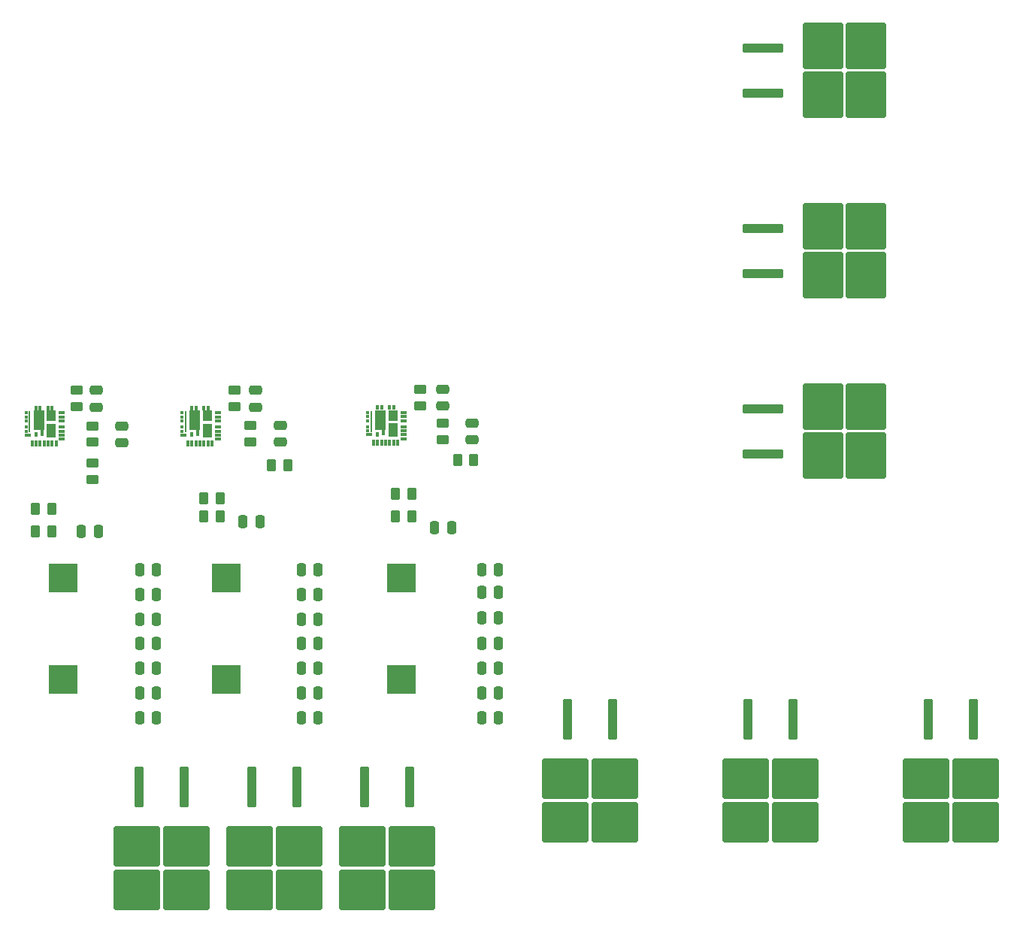
<source format=gtp>
G04 #@! TF.GenerationSoftware,KiCad,Pcbnew,7.0.9*
G04 #@! TF.CreationDate,2023-12-29T07:42:44-06:00*
G04 #@! TF.ProjectId,Power Distribution Board Ver.2,506f7765-7220-4446-9973-747269627574,rev?*
G04 #@! TF.SameCoordinates,Original*
G04 #@! TF.FileFunction,Paste,Top*
G04 #@! TF.FilePolarity,Positive*
%FSLAX46Y46*%
G04 Gerber Fmt 4.6, Leading zero omitted, Abs format (unit mm)*
G04 Created by KiCad (PCBNEW 7.0.9) date 2023-12-29 07:42:44*
%MOMM*%
%LPD*%
G01*
G04 APERTURE LIST*
G04 Aperture macros list*
%AMRoundRect*
0 Rectangle with rounded corners*
0 $1 Rounding radius*
0 $2 $3 $4 $5 $6 $7 $8 $9 X,Y pos of 4 corners*
0 Add a 4 corners polygon primitive as box body*
4,1,4,$2,$3,$4,$5,$6,$7,$8,$9,$2,$3,0*
0 Add four circle primitives for the rounded corners*
1,1,$1+$1,$2,$3*
1,1,$1+$1,$4,$5*
1,1,$1+$1,$6,$7*
1,1,$1+$1,$8,$9*
0 Add four rect primitives between the rounded corners*
20,1,$1+$1,$2,$3,$4,$5,0*
20,1,$1+$1,$4,$5,$6,$7,0*
20,1,$1+$1,$6,$7,$8,$9,0*
20,1,$1+$1,$8,$9,$2,$3,0*%
G04 Aperture macros list end*
%ADD10RoundRect,0.250000X-0.250000X-0.475000X0.250000X-0.475000X0.250000X0.475000X-0.250000X0.475000X0*%
%ADD11R,3.300000X3.175000*%
%ADD12RoundRect,0.250000X-2.050000X-0.300000X2.050000X-0.300000X2.050000X0.300000X-2.050000X0.300000X0*%
%ADD13RoundRect,0.250000X-2.025000X-2.375000X2.025000X-2.375000X2.025000X2.375000X-2.025000X2.375000X0*%
%ADD14R,0.300000X0.550000*%
%ADD15R,0.450000X0.300000*%
%ADD16R,0.280000X2.350000*%
%ADD17R,0.730000X0.300000*%
%ADD18R,0.300000X0.725000*%
%ADD19R,0.725000X0.300000*%
%ADD20R,1.050000X1.575000*%
%ADD21R,1.050000X1.150000*%
%ADD22R,1.200000X2.175000*%
%ADD23R,0.455000X0.650000*%
%ADD24R,0.380000X0.580000*%
%ADD25RoundRect,0.250000X-0.450000X0.262500X-0.450000X-0.262500X0.450000X-0.262500X0.450000X0.262500X0*%
%ADD26RoundRect,0.250000X-0.475000X0.250000X-0.475000X-0.250000X0.475000X-0.250000X0.475000X0.250000X0*%
%ADD27RoundRect,0.250000X-0.262500X-0.450000X0.262500X-0.450000X0.262500X0.450000X-0.262500X0.450000X0*%
%ADD28RoundRect,0.250000X0.450000X-0.262500X0.450000X0.262500X-0.450000X0.262500X-0.450000X-0.262500X0*%
%ADD29RoundRect,0.250000X-0.300000X2.050000X-0.300000X-2.050000X0.300000X-2.050000X0.300000X2.050000X0*%
%ADD30RoundRect,0.250000X-2.375000X2.025000X-2.375000X-2.025000X2.375000X-2.025000X2.375000X2.025000X0*%
%ADD31RoundRect,0.250000X0.475000X-0.250000X0.475000X0.250000X-0.475000X0.250000X-0.475000X-0.250000X0*%
G04 APERTURE END LIST*
D10*
X48958845Y-89215000D03*
X50858845Y-89215000D03*
D11*
X47120000Y-95565000D03*
X47120000Y-106995000D03*
D12*
X107563845Y-56130000D03*
D13*
X114288845Y-55895000D03*
X114288845Y-61445000D03*
X119138845Y-55895000D03*
X119138845Y-61445000D03*
D12*
X107563845Y-61210000D03*
D10*
X55513845Y-105716920D03*
X57413845Y-105716920D03*
D14*
X45013845Y-76395000D03*
X44563845Y-76395000D03*
X43663845Y-76395000D03*
X43213845Y-76395000D03*
D15*
X42113845Y-76945000D03*
X42113845Y-77395000D03*
X42113845Y-77845000D03*
X42113845Y-78545000D03*
X42113845Y-78995000D03*
D16*
X42478845Y-77970000D03*
D17*
X42253845Y-79445000D03*
D18*
X42763845Y-80357500D03*
X43213845Y-80357500D03*
X43663845Y-80357500D03*
X44113845Y-80357500D03*
X44563845Y-80357500D03*
X45013845Y-80357500D03*
X45463845Y-80357500D03*
D19*
X46126345Y-79895000D03*
X46126345Y-79445000D03*
X46126345Y-78995000D03*
X46126345Y-78545000D03*
X46126345Y-77845000D03*
X46126345Y-77395000D03*
X46126345Y-76945000D03*
D20*
X44938845Y-78907500D03*
D21*
X44938845Y-77245000D03*
D22*
X43513845Y-77757500D03*
D23*
X43886345Y-79170000D03*
D24*
X43198845Y-79405000D03*
D25*
X49773845Y-78377500D03*
X49773845Y-80202500D03*
D26*
X74800845Y-78105000D03*
X74800845Y-80005000D03*
D25*
X32033845Y-82597500D03*
X32033845Y-84422500D03*
D10*
X75833845Y-105716920D03*
X77733845Y-105716920D03*
D27*
X25601345Y-87790000D03*
X27426345Y-87790000D03*
D28*
X48003845Y-76232500D03*
X48003845Y-74407500D03*
D11*
X28703845Y-95565000D03*
X28703845Y-106995000D03*
D10*
X55513845Y-94640000D03*
X57413845Y-94640000D03*
X37333845Y-97409230D03*
X39233845Y-97409230D03*
D25*
X71498845Y-78142500D03*
X71498845Y-79967500D03*
D28*
X30233845Y-76232500D03*
X30233845Y-74407500D03*
D10*
X75833845Y-94640000D03*
X77733845Y-94640000D03*
D29*
X110933845Y-111450000D03*
D30*
X111168845Y-118175000D03*
X105618845Y-118175000D03*
X111168845Y-123025000D03*
X105618845Y-123025000D03*
D29*
X105853845Y-111450000D03*
D10*
X70548845Y-89850000D03*
X72448845Y-89850000D03*
D12*
X107563845Y-35810000D03*
D13*
X114288845Y-35575000D03*
X114288845Y-41125000D03*
X119138845Y-35575000D03*
X119138845Y-41125000D03*
D12*
X107563845Y-40890000D03*
D29*
X55053845Y-119070000D03*
D30*
X55288845Y-125795000D03*
X49738845Y-125795000D03*
X55288845Y-130645000D03*
X49738845Y-130645000D03*
D29*
X49973845Y-119070000D03*
D26*
X53210845Y-78359000D03*
X53210845Y-80259000D03*
D10*
X55513845Y-108486150D03*
X57413845Y-108486150D03*
X30783845Y-90330000D03*
X32683845Y-90330000D03*
D27*
X73126345Y-82230000D03*
X74951345Y-82230000D03*
X66141345Y-88580000D03*
X67966345Y-88580000D03*
D10*
X75833845Y-108486150D03*
X77733845Y-108486150D03*
D29*
X90613845Y-111450000D03*
D30*
X90848845Y-118175000D03*
X85298845Y-118175000D03*
X90848845Y-123025000D03*
X85298845Y-123025000D03*
D29*
X85533845Y-111450000D03*
D10*
X75833845Y-100000000D03*
X77733845Y-100000000D03*
X55513845Y-111255380D03*
X57413845Y-111255380D03*
X37333845Y-111255380D03*
X39233845Y-111255380D03*
D29*
X131253845Y-111450000D03*
D30*
X131488845Y-118175000D03*
X125938845Y-118175000D03*
X131488845Y-123025000D03*
X125938845Y-123025000D03*
D29*
X126173845Y-111450000D03*
D10*
X55513845Y-102947690D03*
X57413845Y-102947690D03*
X75833845Y-111255380D03*
X77733845Y-111255380D03*
D11*
X66803845Y-95545000D03*
X66803845Y-106975000D03*
D29*
X42353845Y-119070000D03*
D30*
X42588845Y-125795000D03*
X37038845Y-125795000D03*
X42588845Y-130645000D03*
X37038845Y-130645000D03*
D29*
X37273845Y-119070000D03*
D26*
X35303845Y-78412500D03*
X35303845Y-80312500D03*
D10*
X37333845Y-100178460D03*
X39233845Y-100178460D03*
X55513845Y-97409230D03*
X57413845Y-97409230D03*
D28*
X68958845Y-76157500D03*
X68958845Y-74332500D03*
D31*
X71498845Y-76195000D03*
X71498845Y-74295000D03*
D10*
X37333845Y-108486150D03*
X39233845Y-108486150D03*
D27*
X25601345Y-90330000D03*
X27426345Y-90330000D03*
D10*
X37333845Y-105716920D03*
X39233845Y-105716920D03*
D27*
X52171345Y-82865000D03*
X53996345Y-82865000D03*
D12*
X107563845Y-76450000D03*
D13*
X114288845Y-76215000D03*
X114288845Y-81765000D03*
X119138845Y-76215000D03*
X119138845Y-81765000D03*
D12*
X107563845Y-81530000D03*
D10*
X55513845Y-100178460D03*
X57413845Y-100178460D03*
D14*
X65941345Y-76362500D03*
X65491345Y-76362500D03*
X64591345Y-76362500D03*
X64141345Y-76362500D03*
D15*
X63041345Y-76912500D03*
X63041345Y-77362500D03*
X63041345Y-77812500D03*
X63041345Y-78512500D03*
X63041345Y-78962500D03*
D16*
X63406345Y-77937500D03*
D17*
X63181345Y-79412500D03*
D18*
X63691345Y-80325000D03*
X64141345Y-80325000D03*
X64591345Y-80325000D03*
X65041345Y-80325000D03*
X65491345Y-80325000D03*
X65941345Y-80325000D03*
X66391345Y-80325000D03*
D19*
X67053845Y-79862500D03*
X67053845Y-79412500D03*
X67053845Y-78962500D03*
X67053845Y-78512500D03*
X67053845Y-77812500D03*
X67053845Y-77362500D03*
X67053845Y-76912500D03*
D20*
X65866345Y-78875000D03*
D21*
X65866345Y-77212500D03*
D22*
X64441345Y-77725000D03*
D23*
X64813845Y-79137500D03*
D24*
X64126345Y-79372500D03*
D29*
X67753845Y-119070000D03*
D30*
X67988845Y-125795000D03*
X62438845Y-125795000D03*
X67988845Y-130645000D03*
X62438845Y-130645000D03*
D29*
X62673845Y-119070000D03*
D27*
X66141345Y-86040000D03*
X67966345Y-86040000D03*
D25*
X32033845Y-78430000D03*
X32033845Y-80255000D03*
D10*
X37333845Y-94640000D03*
X39233845Y-94640000D03*
D31*
X50343845Y-76290000D03*
X50343845Y-74390000D03*
D14*
X27468845Y-76395000D03*
X27018845Y-76395000D03*
X26118845Y-76395000D03*
X25668845Y-76395000D03*
D15*
X24568845Y-76945000D03*
X24568845Y-77395000D03*
X24568845Y-77845000D03*
X24568845Y-78545000D03*
X24568845Y-78995000D03*
D16*
X24933845Y-77970000D03*
D17*
X24708845Y-79445000D03*
D18*
X25218845Y-80357500D03*
X25668845Y-80357500D03*
X26118845Y-80357500D03*
X26568845Y-80357500D03*
X27018845Y-80357500D03*
X27468845Y-80357500D03*
X27918845Y-80357500D03*
D19*
X28581345Y-79895000D03*
X28581345Y-79445000D03*
X28581345Y-78995000D03*
X28581345Y-78545000D03*
X28581345Y-77845000D03*
X28581345Y-77395000D03*
X28581345Y-76945000D03*
D20*
X27393845Y-78907500D03*
D21*
X27393845Y-77245000D03*
D22*
X25968845Y-77757500D03*
D23*
X26341345Y-79170000D03*
D24*
X25653845Y-79405000D03*
D27*
X44551345Y-88580000D03*
X46376345Y-88580000D03*
D10*
X75833845Y-102947690D03*
X77733845Y-102947690D03*
X75833845Y-97180000D03*
X77733845Y-97180000D03*
X37333845Y-102947690D03*
X39233845Y-102947690D03*
D27*
X44551345Y-86548000D03*
X46376345Y-86548000D03*
D31*
X32453845Y-76290000D03*
X32453845Y-74390000D03*
M02*

</source>
